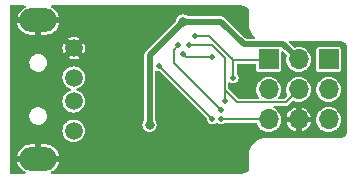
<source format=gbr>
%TF.GenerationSoftware,KiCad,Pcbnew,(6.0.5)*%
%TF.CreationDate,2022-06-17T17:21:07-07:00*%
%TF.ProjectId,picstick,70696373-7469-4636-9b2e-6b696361645f,1.0*%
%TF.SameCoordinates,Original*%
%TF.FileFunction,Copper,L2,Bot*%
%TF.FilePolarity,Positive*%
%FSLAX46Y46*%
G04 Gerber Fmt 4.6, Leading zero omitted, Abs format (unit mm)*
G04 Created by KiCad (PCBNEW (6.0.5)) date 2022-06-17 17:21:07*
%MOMM*%
%LPD*%
G01*
G04 APERTURE LIST*
%TA.AperFunction,ComponentPad*%
%ADD10C,1.500000*%
%TD*%
%TA.AperFunction,ComponentPad*%
%ADD11O,3.200000X2.000000*%
%TD*%
%TA.AperFunction,ComponentPad*%
%ADD12R,1.700000X1.700000*%
%TD*%
%TA.AperFunction,ComponentPad*%
%ADD13O,1.700000X1.700000*%
%TD*%
%TA.AperFunction,ViaPad*%
%ADD14C,0.800000*%
%TD*%
%TA.AperFunction,ViaPad*%
%ADD15C,0.508000*%
%TD*%
%TA.AperFunction,Conductor*%
%ADD16C,0.500000*%
%TD*%
%TA.AperFunction,Conductor*%
%ADD17C,0.200000*%
%TD*%
G04 APERTURE END LIST*
D10*
%TO.P,J1,1,VBUS*%
%TO.N,+5V*%
X103000000Y-83500000D03*
%TO.P,J1,2,D-*%
%TO.N,/D-*%
X103000000Y-81000000D03*
%TO.P,J1,3,D+*%
%TO.N,/D+*%
X103000000Y-79000000D03*
%TO.P,J1,4,GND*%
%TO.N,GND*%
X103000000Y-76500000D03*
D11*
%TO.P,J1,5,Shield*%
X100000000Y-85850000D03*
X100000000Y-74150000D03*
%TD*%
D12*
%TO.P,J2,1,MISO*%
%TO.N,U1RX_U2TX*%
X119500000Y-77460000D03*
D13*
%TO.P,J2,2,VCC*%
%TO.N,+3V3*%
X122040000Y-77460000D03*
%TO.P,J2,3,SCK*%
%TO.N,/RTS*%
X119500000Y-80000000D03*
%TO.P,J2,4,MOSI*%
%TO.N,U1TX_U2RX*%
X122040000Y-80000000D03*
%TO.P,J2,5,~{RST}*%
%TO.N,/~{RESET}*%
X119500000Y-82540000D03*
%TO.P,J2,6,GND*%
%TO.N,GND*%
X122040000Y-82540000D03*
%TD*%
D12*
%TO.P,J3,1,Pin_1*%
%TO.N,~{MCLR}*%
X124580000Y-77460000D03*
D13*
%TO.P,J3,2,Pin_2*%
%TO.N,CLK*%
X124580000Y-80000000D03*
%TO.P,J3,3,Pin_3*%
%TO.N,DAT*%
X124580000Y-82540000D03*
%TD*%
D14*
%TO.N,+3V3*%
X109425489Y-83000000D03*
X112250000Y-74250000D03*
D15*
%TO.N,/TNOW*%
X115500000Y-81750000D03*
X111861803Y-76276393D03*
%TO.N,/~{RESET}*%
X115500000Y-82500000D03*
%TO.N,U1RX_U2TX*%
X113250000Y-75500000D03*
X116500000Y-79000000D03*
%TO.N,U1TX_U2RX*%
X115800000Y-81000000D03*
X112750000Y-76250000D03*
%TO.N,Net-(R1-Pad1)*%
X110250000Y-78000000D03*
X114750000Y-82500000D03*
%TO.N,/RTS*%
X114750000Y-77250000D03*
X112250000Y-77000000D03*
%TD*%
D16*
%TO.N,+3V3*%
X120730000Y-76150000D02*
X122040000Y-77460000D01*
X109425489Y-77074511D02*
X112250000Y-74250000D01*
X115480520Y-74250000D02*
X117380520Y-76150000D01*
X112250000Y-74250000D02*
X115480520Y-74250000D01*
X117380520Y-76150000D02*
X120730000Y-76150000D01*
X109425489Y-83000000D02*
X109425489Y-77074511D01*
D17*
%TO.N,/TNOW*%
X111500000Y-77750000D02*
X111500000Y-76638196D01*
X111500000Y-76638196D02*
X111861803Y-76276393D01*
X115500000Y-81750000D02*
X111500000Y-77750000D01*
%TO.N,/~{RESET}*%
X119460000Y-82500000D02*
X119500000Y-82540000D01*
X115500000Y-82500000D02*
X119460000Y-82500000D01*
%TO.N,U1RX_U2TX*%
X113250000Y-75500000D02*
X114494295Y-75500000D01*
X116500000Y-77505704D02*
X119454296Y-77505704D01*
X119454296Y-77505704D02*
X119500000Y-77460000D01*
X116149519Y-77155223D02*
X116500000Y-77505704D01*
X116454296Y-77460000D02*
X116149519Y-77155223D01*
X114494295Y-75500000D02*
X116149519Y-77155223D01*
X116500000Y-77505704D02*
X116500000Y-79000000D01*
%TO.N,U1TX_U2RX*%
X122040000Y-80000000D02*
X120938089Y-81101911D01*
X112750000Y-76250000D02*
X114746605Y-76250000D01*
X114746605Y-76250000D02*
X115800000Y-77303394D01*
X115800000Y-77303394D02*
X115800000Y-80050000D01*
X115800000Y-81000000D02*
X115800000Y-80050000D01*
X116851911Y-81101911D02*
X115800000Y-80050000D01*
X120938089Y-81101911D02*
X116851911Y-81101911D01*
%TO.N,Net-(R1-Pad1)*%
X114750000Y-82500000D02*
X110250000Y-78000000D01*
%TO.N,/RTS*%
X112250000Y-77000000D02*
X112500000Y-77250000D01*
X112500000Y-77250000D02*
X114750000Y-77250000D01*
%TD*%
%TA.AperFunction,Conductor*%
%TO.N,GND*%
G36*
X98892514Y-72900407D02*
G01*
X98928478Y-72949907D01*
X98928478Y-73011093D01*
X98892514Y-73060593D01*
X98878110Y-73069290D01*
X98774388Y-73120440D01*
X98766678Y-73125165D01*
X98597240Y-73251690D01*
X98590522Y-73257739D01*
X98446975Y-73413027D01*
X98441477Y-73420192D01*
X98328633Y-73599040D01*
X98324530Y-73607093D01*
X98246168Y-73803509D01*
X98243603Y-73812167D01*
X98229191Y-73884621D01*
X98230759Y-73897868D01*
X98230789Y-73897900D01*
X98238836Y-73900000D01*
X101759036Y-73900000D01*
X101771721Y-73895878D01*
X101772160Y-73895274D01*
X101772676Y-73888127D01*
X101764845Y-73842556D01*
X101762507Y-73833832D01*
X101689316Y-73635436D01*
X101685420Y-73627268D01*
X101577304Y-73445543D01*
X101571983Y-73438218D01*
X101432559Y-73279237D01*
X101425997Y-73273010D01*
X101259934Y-73142096D01*
X101252351Y-73137171D01*
X101121095Y-73068114D01*
X101078401Y-73024287D01*
X101069621Y-72963734D01*
X101098110Y-72909586D01*
X101152985Y-72882525D01*
X101167191Y-72881500D01*
X117212188Y-72881500D01*
X117227675Y-72882719D01*
X117250000Y-72886255D01*
X117257698Y-72885036D01*
X117265485Y-72885036D01*
X117265485Y-72885323D01*
X117280864Y-72884978D01*
X117376551Y-72895759D01*
X117398158Y-72900691D01*
X117507830Y-72939067D01*
X117527797Y-72948683D01*
X117626181Y-73010501D01*
X117643514Y-73024323D01*
X117725677Y-73106486D01*
X117739499Y-73123819D01*
X117801316Y-73222200D01*
X117810933Y-73242170D01*
X117821724Y-73273010D01*
X117849308Y-73351839D01*
X117854241Y-73373449D01*
X117859508Y-73420192D01*
X117865022Y-73469136D01*
X117864677Y-73484515D01*
X117864964Y-73484515D01*
X117864964Y-73492302D01*
X117863745Y-73500000D01*
X117864964Y-73507696D01*
X117867281Y-73522325D01*
X117868500Y-73537812D01*
X117868500Y-74462188D01*
X117867281Y-74477675D01*
X117863745Y-74500000D01*
X117864705Y-74506061D01*
X117864964Y-74509352D01*
X117864964Y-74509549D01*
X117865010Y-74509938D01*
X117880044Y-74700960D01*
X117881289Y-74716783D01*
X117932053Y-74928227D01*
X117933540Y-74931816D01*
X118011067Y-75118984D01*
X118015268Y-75129127D01*
X118017300Y-75132442D01*
X118017302Y-75132447D01*
X118066469Y-75212680D01*
X118128887Y-75314536D01*
X118270111Y-75479889D01*
X118273078Y-75482423D01*
X118323187Y-75525220D01*
X118355157Y-75577389D01*
X118350356Y-75638385D01*
X118310620Y-75684911D01*
X118258892Y-75699500D01*
X117608131Y-75699500D01*
X117549940Y-75680593D01*
X117538127Y-75670504D01*
X115822139Y-73954516D01*
X115814397Y-73945803D01*
X115796973Y-73923701D01*
X115792392Y-73917890D01*
X115743771Y-73884286D01*
X115741248Y-73882483D01*
X115699659Y-73851764D01*
X115699657Y-73851763D01*
X115693704Y-73847366D01*
X115686888Y-73844973D01*
X115680951Y-73840869D01*
X115673892Y-73838636D01*
X115673891Y-73838636D01*
X115653547Y-73832202D01*
X115624591Y-73823044D01*
X115621706Y-73822082D01*
X115565889Y-73802481D01*
X115559847Y-73802244D01*
X115557173Y-73801723D01*
X115551790Y-73800020D01*
X115545183Y-73799500D01*
X115491979Y-73799500D01*
X115488092Y-73799424D01*
X115437917Y-73797452D01*
X115437914Y-73797452D01*
X115430526Y-73797162D01*
X115423748Y-73798959D01*
X115413923Y-73799500D01*
X112682933Y-73799500D01*
X112622666Y-73779042D01*
X112557990Y-73729415D01*
X112552841Y-73725464D01*
X112406762Y-73664956D01*
X112250000Y-73644318D01*
X112093238Y-73664956D01*
X111947159Y-73725464D01*
X111821718Y-73821718D01*
X111725464Y-73947159D01*
X111664956Y-74093238D01*
X111664109Y-74099675D01*
X111653469Y-74180494D01*
X111625320Y-74237577D01*
X109130005Y-76732892D01*
X109121293Y-76740633D01*
X109093379Y-76762639D01*
X109089172Y-76768726D01*
X109059781Y-76811252D01*
X109057972Y-76813783D01*
X109033620Y-76846753D01*
X109022855Y-76861327D01*
X109020462Y-76868143D01*
X109016358Y-76874080D01*
X109014125Y-76881139D01*
X109014125Y-76881140D01*
X109010541Y-76892474D01*
X109003090Y-76916034D01*
X108998538Y-76930426D01*
X108997571Y-76933325D01*
X108977970Y-76989142D01*
X108977733Y-76995184D01*
X108977212Y-76997858D01*
X108975509Y-77003241D01*
X108974989Y-77009848D01*
X108974989Y-77063052D01*
X108974913Y-77066939D01*
X108973009Y-77115401D01*
X108972651Y-77124505D01*
X108974448Y-77131283D01*
X108974989Y-77141108D01*
X108974989Y-82567067D01*
X108954531Y-82627334D01*
X108910655Y-82684516D01*
X108900953Y-82697159D01*
X108862497Y-82790000D01*
X108849622Y-82821084D01*
X108840445Y-82843238D01*
X108819807Y-83000000D01*
X108840445Y-83156762D01*
X108900953Y-83302841D01*
X108997207Y-83428282D01*
X109122648Y-83524536D01*
X109268727Y-83585044D01*
X109425489Y-83605682D01*
X109582251Y-83585044D01*
X109728330Y-83524536D01*
X109853771Y-83428282D01*
X109950025Y-83302841D01*
X110010533Y-83156762D01*
X110031171Y-83000000D01*
X110010533Y-82843238D01*
X110001357Y-82821084D01*
X109988481Y-82790000D01*
X109950025Y-82697159D01*
X109940323Y-82684516D01*
X109896447Y-82627334D01*
X109875989Y-82567067D01*
X109875989Y-78481895D01*
X109894896Y-78423704D01*
X109944396Y-78387740D01*
X110005582Y-78387740D01*
X110029847Y-78399485D01*
X110052320Y-78414444D01*
X110059047Y-78416546D01*
X110059050Y-78416547D01*
X110169855Y-78451164D01*
X110169856Y-78451164D01*
X110176587Y-78453267D01*
X110226070Y-78454174D01*
X110240252Y-78454434D01*
X110298087Y-78474404D01*
X110308442Y-78483413D01*
X114262767Y-82437738D01*
X114290927Y-82494905D01*
X114307741Y-82623481D01*
X114360174Y-82742645D01*
X114364711Y-82748042D01*
X114364712Y-82748044D01*
X114390275Y-82778454D01*
X114443946Y-82842303D01*
X114449817Y-82846211D01*
X114449818Y-82846212D01*
X114476430Y-82863927D01*
X114552320Y-82914444D01*
X114559047Y-82916546D01*
X114559050Y-82916547D01*
X114669855Y-82951164D01*
X114669856Y-82951164D01*
X114676587Y-82953267D01*
X114743494Y-82954493D01*
X114799702Y-82955524D01*
X114799704Y-82955524D01*
X114806755Y-82955653D01*
X114813558Y-82953798D01*
X114813560Y-82953798D01*
X114890905Y-82932711D01*
X114932360Y-82921409D01*
X115043306Y-82853288D01*
X115050821Y-82844986D01*
X115103888Y-82814530D01*
X115164721Y-82821084D01*
X115189770Y-82837335D01*
X115193946Y-82842303D01*
X115302320Y-82914444D01*
X115309047Y-82916546D01*
X115309050Y-82916547D01*
X115419855Y-82951164D01*
X115419856Y-82951164D01*
X115426587Y-82953267D01*
X115493494Y-82954493D01*
X115549702Y-82955524D01*
X115549704Y-82955524D01*
X115556755Y-82955653D01*
X115563558Y-82953798D01*
X115563560Y-82953798D01*
X115640905Y-82932711D01*
X115682360Y-82921409D01*
X115793306Y-82853288D01*
X115811612Y-82833063D01*
X115864681Y-82802610D01*
X115885010Y-82800500D01*
X118407214Y-82800500D01*
X118465405Y-82819407D01*
X118502379Y-82872212D01*
X118517018Y-82923263D01*
X118518544Y-82928586D01*
X118612712Y-83111818D01*
X118740677Y-83273270D01*
X118744357Y-83276402D01*
X118744359Y-83276404D01*
X118789107Y-83314487D01*
X118897564Y-83406791D01*
X118901787Y-83409151D01*
X118901791Y-83409154D01*
X118945248Y-83433441D01*
X119077398Y-83507297D01*
X119081996Y-83508791D01*
X119268724Y-83569463D01*
X119268726Y-83569464D01*
X119273329Y-83570959D01*
X119477894Y-83595351D01*
X119482716Y-83594980D01*
X119482719Y-83594980D01*
X119550541Y-83589761D01*
X119683300Y-83579546D01*
X119881725Y-83524145D01*
X119886038Y-83521966D01*
X119886044Y-83521964D01*
X120061289Y-83433441D01*
X120061291Y-83433440D01*
X120065610Y-83431258D01*
X120093902Y-83409154D01*
X120224135Y-83307406D01*
X120224139Y-83307402D01*
X120227951Y-83304424D01*
X120231433Y-83300391D01*
X120287313Y-83235651D01*
X120362564Y-83148472D01*
X120366995Y-83140672D01*
X120461934Y-82973550D01*
X120461935Y-82973547D01*
X120464323Y-82969344D01*
X120465920Y-82964546D01*
X120519252Y-82804222D01*
X121023402Y-82804222D01*
X121057674Y-82923743D01*
X121061225Y-82932711D01*
X121150919Y-83107236D01*
X121156142Y-83115341D01*
X121278037Y-83269134D01*
X121284720Y-83276055D01*
X121434164Y-83403241D01*
X121442078Y-83408742D01*
X121613373Y-83504475D01*
X121622201Y-83508332D01*
X121775088Y-83558008D01*
X121786479Y-83558008D01*
X121790000Y-83547173D01*
X121790000Y-83544725D01*
X122290000Y-83544725D01*
X122293747Y-83556258D01*
X122304079Y-83556474D01*
X122416882Y-83524978D01*
X122425862Y-83521496D01*
X122601020Y-83433017D01*
X122609155Y-83427854D01*
X122763787Y-83307042D01*
X122770771Y-83300391D01*
X122898990Y-83151848D01*
X122904546Y-83143973D01*
X123001471Y-82973353D01*
X123005392Y-82964546D01*
X123058507Y-82804879D01*
X123058586Y-82793612D01*
X123047599Y-82790000D01*
X122305680Y-82790000D01*
X122292995Y-82794122D01*
X122290000Y-82798243D01*
X122290000Y-83544725D01*
X121790000Y-83544725D01*
X121790000Y-82805680D01*
X121785878Y-82792995D01*
X121781757Y-82790000D01*
X121035004Y-82790000D01*
X121023586Y-82793710D01*
X121023402Y-82804222D01*
X120519252Y-82804222D01*
X120527824Y-82778454D01*
X120527824Y-82778452D01*
X120529351Y-82773863D01*
X120530887Y-82761709D01*
X120554823Y-82572228D01*
X120555171Y-82569474D01*
X120555583Y-82540000D01*
X120554138Y-82525262D01*
X123524520Y-82525262D01*
X123528000Y-82566699D01*
X123540140Y-82711270D01*
X123541759Y-82730553D01*
X123543092Y-82735201D01*
X123543092Y-82735202D01*
X123597018Y-82923263D01*
X123598544Y-82928586D01*
X123692712Y-83111818D01*
X123820677Y-83273270D01*
X123824357Y-83276402D01*
X123824359Y-83276404D01*
X123869107Y-83314487D01*
X123977564Y-83406791D01*
X123981787Y-83409151D01*
X123981791Y-83409154D01*
X124025248Y-83433441D01*
X124157398Y-83507297D01*
X124161996Y-83508791D01*
X124348724Y-83569463D01*
X124348726Y-83569464D01*
X124353329Y-83570959D01*
X124557894Y-83595351D01*
X124562716Y-83594980D01*
X124562719Y-83594980D01*
X124630541Y-83589761D01*
X124763300Y-83579546D01*
X124961725Y-83524145D01*
X124966038Y-83521966D01*
X124966044Y-83521964D01*
X125141289Y-83433441D01*
X125141291Y-83433440D01*
X125145610Y-83431258D01*
X125173902Y-83409154D01*
X125304135Y-83307406D01*
X125304139Y-83307402D01*
X125307951Y-83304424D01*
X125311433Y-83300391D01*
X125367313Y-83235651D01*
X125442564Y-83148472D01*
X125446995Y-83140672D01*
X125541934Y-82973550D01*
X125541935Y-82973547D01*
X125544323Y-82969344D01*
X125545920Y-82964546D01*
X125607824Y-82778454D01*
X125607824Y-82778452D01*
X125609351Y-82773863D01*
X125610887Y-82761709D01*
X125634823Y-82572228D01*
X125635171Y-82569474D01*
X125635583Y-82540000D01*
X125633667Y-82520454D01*
X125615952Y-82339780D01*
X125615951Y-82339776D01*
X125615480Y-82334970D01*
X125600999Y-82287005D01*
X125557333Y-82142380D01*
X125555935Y-82137749D01*
X125459218Y-81955849D01*
X125329011Y-81796200D01*
X125320945Y-81789527D01*
X125174002Y-81667965D01*
X125174000Y-81667964D01*
X125170275Y-81664882D01*
X125016070Y-81581504D01*
X124993309Y-81569197D01*
X124993308Y-81569197D01*
X124989055Y-81566897D01*
X124915694Y-81544188D01*
X124796875Y-81507407D01*
X124796871Y-81507406D01*
X124792254Y-81505977D01*
X124787446Y-81505472D01*
X124787443Y-81505471D01*
X124592185Y-81484949D01*
X124592183Y-81484949D01*
X124587369Y-81484443D01*
X124527354Y-81489905D01*
X124387022Y-81502675D01*
X124387017Y-81502676D01*
X124382203Y-81503114D01*
X124184572Y-81561280D01*
X124180288Y-81563519D01*
X124180287Y-81563520D01*
X124112528Y-81598944D01*
X124002002Y-81656726D01*
X123998231Y-81659758D01*
X123845220Y-81782781D01*
X123845217Y-81782783D01*
X123841447Y-81785815D01*
X123838333Y-81789526D01*
X123838332Y-81789527D01*
X123717615Y-81933392D01*
X123709024Y-81943630D01*
X123706689Y-81947878D01*
X123706688Y-81947879D01*
X123699955Y-81960126D01*
X123609776Y-82124162D01*
X123608313Y-82128775D01*
X123608311Y-82128779D01*
X123558477Y-82285878D01*
X123547484Y-82320532D01*
X123546944Y-82325344D01*
X123546944Y-82325345D01*
X123530755Y-82469679D01*
X123524520Y-82525262D01*
X120554138Y-82525262D01*
X120553667Y-82520454D01*
X120535952Y-82339780D01*
X120535951Y-82339776D01*
X120535480Y-82334970D01*
X120520999Y-82287005D01*
X120517390Y-82275053D01*
X121022434Y-82275053D01*
X121022515Y-82286570D01*
X121033197Y-82290000D01*
X121774320Y-82290000D01*
X121787005Y-82285878D01*
X121790000Y-82281757D01*
X121790000Y-82274320D01*
X122290000Y-82274320D01*
X122294122Y-82287005D01*
X122298243Y-82290000D01*
X123045701Y-82290000D01*
X123056889Y-82286365D01*
X123057002Y-82275497D01*
X123016870Y-82142572D01*
X123013199Y-82133668D01*
X122921072Y-81960401D01*
X122915740Y-81952376D01*
X122791716Y-81800307D01*
X122784922Y-81793466D01*
X122633721Y-81668381D01*
X122625738Y-81662997D01*
X122453114Y-81569660D01*
X122444243Y-81565931D01*
X122304977Y-81522821D01*
X122293340Y-81522984D01*
X122290000Y-81533512D01*
X122290000Y-82274320D01*
X121790000Y-82274320D01*
X121790000Y-81534679D01*
X121786327Y-81523375D01*
X121775638Y-81523226D01*
X121649407Y-81560378D01*
X121640466Y-81563991D01*
X121466573Y-81654899D01*
X121458497Y-81660184D01*
X121305571Y-81783140D01*
X121298687Y-81789881D01*
X121172551Y-81940205D01*
X121167104Y-81948159D01*
X121072573Y-82120111D01*
X121068773Y-82128976D01*
X121022434Y-82275053D01*
X120517390Y-82275053D01*
X120477333Y-82142380D01*
X120475935Y-82137749D01*
X120379218Y-81955849D01*
X120249011Y-81796200D01*
X120240945Y-81789527D01*
X120094002Y-81667965D01*
X120094000Y-81667964D01*
X120090275Y-81664882D01*
X119949002Y-81588496D01*
X119906808Y-81544188D01*
X119898715Y-81483540D01*
X119927817Y-81429718D01*
X119982996Y-81403281D01*
X119996089Y-81402411D01*
X120884581Y-81402411D01*
X120888706Y-81402714D01*
X120893431Y-81404336D01*
X120942850Y-81402481D01*
X120946563Y-81402411D01*
X120966037Y-81402411D01*
X120970467Y-81401586D01*
X120975660Y-81401250D01*
X120991691Y-81400648D01*
X120996164Y-81400480D01*
X121005297Y-81400137D01*
X121013691Y-81396531D01*
X121013694Y-81396530D01*
X121015872Y-81395594D01*
X121036823Y-81389228D01*
X121048142Y-81387120D01*
X121070818Y-81373143D01*
X121083685Y-81366459D01*
X121101731Y-81358706D01*
X121101732Y-81358705D01*
X121108152Y-81355947D01*
X121113038Y-81351933D01*
X121117402Y-81347569D01*
X121135457Y-81333298D01*
X121143437Y-81328379D01*
X121161107Y-81305142D01*
X121169899Y-81295072D01*
X121487654Y-80977317D01*
X121542171Y-80949540D01*
X121605957Y-80960903D01*
X121617398Y-80967297D01*
X121621996Y-80968791D01*
X121808724Y-81029463D01*
X121808726Y-81029464D01*
X121813329Y-81030959D01*
X122017894Y-81055351D01*
X122022716Y-81054980D01*
X122022719Y-81054980D01*
X122090541Y-81049761D01*
X122223300Y-81039546D01*
X122421725Y-80984145D01*
X122426038Y-80981966D01*
X122426044Y-80981964D01*
X122601289Y-80893441D01*
X122601291Y-80893440D01*
X122605610Y-80891258D01*
X122609427Y-80888276D01*
X122764135Y-80767406D01*
X122764139Y-80767402D01*
X122767951Y-80764424D01*
X122774190Y-80757197D01*
X122845711Y-80674337D01*
X122902564Y-80608472D01*
X122921231Y-80575613D01*
X123001934Y-80433550D01*
X123001935Y-80433547D01*
X123004323Y-80429344D01*
X123017882Y-80388586D01*
X123067824Y-80238454D01*
X123067824Y-80238452D01*
X123069351Y-80233863D01*
X123095171Y-80029474D01*
X123095583Y-80000000D01*
X123094138Y-79985262D01*
X123524520Y-79985262D01*
X123530949Y-80061818D01*
X123533722Y-80094839D01*
X123541759Y-80190553D01*
X123543092Y-80195201D01*
X123543092Y-80195202D01*
X123597208Y-80383928D01*
X123597209Y-80383931D01*
X123598544Y-80388586D01*
X123692712Y-80571818D01*
X123820677Y-80733270D01*
X123824357Y-80736402D01*
X123824359Y-80736404D01*
X123900758Y-80801424D01*
X123977564Y-80866791D01*
X123981787Y-80869151D01*
X123981791Y-80869154D01*
X124021342Y-80891258D01*
X124157398Y-80967297D01*
X124161996Y-80968791D01*
X124348724Y-81029463D01*
X124348726Y-81029464D01*
X124353329Y-81030959D01*
X124557894Y-81055351D01*
X124562716Y-81054980D01*
X124562719Y-81054980D01*
X124630541Y-81049761D01*
X124763300Y-81039546D01*
X124961725Y-80984145D01*
X124966038Y-80981966D01*
X124966044Y-80981964D01*
X125141289Y-80893441D01*
X125141291Y-80893440D01*
X125145610Y-80891258D01*
X125149427Y-80888276D01*
X125304135Y-80767406D01*
X125304139Y-80767402D01*
X125307951Y-80764424D01*
X125314190Y-80757197D01*
X125385711Y-80674337D01*
X125442564Y-80608472D01*
X125461231Y-80575613D01*
X125541934Y-80433550D01*
X125541935Y-80433547D01*
X125544323Y-80429344D01*
X125557882Y-80388586D01*
X125607824Y-80238454D01*
X125607824Y-80238452D01*
X125609351Y-80233863D01*
X125635171Y-80029474D01*
X125635583Y-80000000D01*
X125630023Y-79943290D01*
X125615952Y-79799780D01*
X125615951Y-79799776D01*
X125615480Y-79794970D01*
X125555935Y-79597749D01*
X125459218Y-79415849D01*
X125329011Y-79256200D01*
X125312626Y-79242645D01*
X125174002Y-79127965D01*
X125174000Y-79127964D01*
X125170275Y-79124882D01*
X124989055Y-79026897D01*
X124914528Y-79003827D01*
X124796875Y-78967407D01*
X124796871Y-78967406D01*
X124792254Y-78965977D01*
X124787446Y-78965472D01*
X124787443Y-78965471D01*
X124592185Y-78944949D01*
X124592183Y-78944949D01*
X124587369Y-78944443D01*
X124527354Y-78949905D01*
X124387022Y-78962675D01*
X124387017Y-78962676D01*
X124382203Y-78963114D01*
X124184572Y-79021280D01*
X124180288Y-79023519D01*
X124180287Y-79023520D01*
X124112528Y-79058944D01*
X124002002Y-79116726D01*
X123998231Y-79119758D01*
X123845220Y-79242781D01*
X123845217Y-79242783D01*
X123841447Y-79245815D01*
X123838333Y-79249526D01*
X123838332Y-79249527D01*
X123752687Y-79351595D01*
X123709024Y-79403630D01*
X123706689Y-79407878D01*
X123706688Y-79407879D01*
X123701923Y-79416547D01*
X123609776Y-79584162D01*
X123608313Y-79588775D01*
X123608311Y-79588779D01*
X123576838Y-79687996D01*
X123547484Y-79780532D01*
X123546944Y-79785344D01*
X123546944Y-79785345D01*
X123527927Y-79954890D01*
X123524520Y-79985262D01*
X123094138Y-79985262D01*
X123090023Y-79943290D01*
X123075952Y-79799780D01*
X123075951Y-79799776D01*
X123075480Y-79794970D01*
X123015935Y-79597749D01*
X122919218Y-79415849D01*
X122789011Y-79256200D01*
X122772626Y-79242645D01*
X122634002Y-79127965D01*
X122634000Y-79127964D01*
X122630275Y-79124882D01*
X122449055Y-79026897D01*
X122374528Y-79003827D01*
X122256875Y-78967407D01*
X122256871Y-78967406D01*
X122252254Y-78965977D01*
X122247446Y-78965472D01*
X122247443Y-78965471D01*
X122052185Y-78944949D01*
X122052183Y-78944949D01*
X122047369Y-78944443D01*
X121987354Y-78949905D01*
X121847022Y-78962675D01*
X121847017Y-78962676D01*
X121842203Y-78963114D01*
X121644572Y-79021280D01*
X121640288Y-79023519D01*
X121640287Y-79023520D01*
X121572528Y-79058944D01*
X121462002Y-79116726D01*
X121458231Y-79119758D01*
X121305220Y-79242781D01*
X121305217Y-79242783D01*
X121301447Y-79245815D01*
X121298333Y-79249526D01*
X121298332Y-79249527D01*
X121212687Y-79351595D01*
X121169024Y-79403630D01*
X121166689Y-79407878D01*
X121166688Y-79407879D01*
X121161923Y-79416547D01*
X121069776Y-79584162D01*
X121068313Y-79588775D01*
X121068311Y-79588779D01*
X121036838Y-79687996D01*
X121007484Y-79780532D01*
X121006944Y-79785344D01*
X121006944Y-79785345D01*
X120987927Y-79954890D01*
X120984520Y-79985262D01*
X120990949Y-80061818D01*
X120993722Y-80094839D01*
X121001759Y-80190553D01*
X121058544Y-80388586D01*
X121082542Y-80435282D01*
X121092323Y-80495678D01*
X121064493Y-80550536D01*
X120842614Y-80772415D01*
X120788097Y-80800192D01*
X120772610Y-80801411D01*
X120412258Y-80801411D01*
X120354067Y-80782504D01*
X120318103Y-80733004D01*
X120318103Y-80671818D01*
X120337316Y-80637722D01*
X120342456Y-80631768D01*
X120362564Y-80608472D01*
X120381231Y-80575613D01*
X120461934Y-80433550D01*
X120461935Y-80433547D01*
X120464323Y-80429344D01*
X120477882Y-80388586D01*
X120527824Y-80238454D01*
X120527824Y-80238452D01*
X120529351Y-80233863D01*
X120555171Y-80029474D01*
X120555583Y-80000000D01*
X120550023Y-79943290D01*
X120535952Y-79799780D01*
X120535951Y-79799776D01*
X120535480Y-79794970D01*
X120475935Y-79597749D01*
X120379218Y-79415849D01*
X120249011Y-79256200D01*
X120232626Y-79242645D01*
X120094002Y-79127965D01*
X120094000Y-79127964D01*
X120090275Y-79124882D01*
X119909055Y-79026897D01*
X119834528Y-79003827D01*
X119716875Y-78967407D01*
X119716871Y-78967406D01*
X119712254Y-78965977D01*
X119707446Y-78965472D01*
X119707443Y-78965471D01*
X119512185Y-78944949D01*
X119512183Y-78944949D01*
X119507369Y-78944443D01*
X119447354Y-78949905D01*
X119307022Y-78962675D01*
X119307017Y-78962676D01*
X119302203Y-78963114D01*
X119104572Y-79021280D01*
X119100288Y-79023519D01*
X119100287Y-79023520D01*
X119032528Y-79058944D01*
X118922002Y-79116726D01*
X118918231Y-79119758D01*
X118765220Y-79242781D01*
X118765217Y-79242783D01*
X118761447Y-79245815D01*
X118758333Y-79249526D01*
X118758332Y-79249527D01*
X118672687Y-79351595D01*
X118629024Y-79403630D01*
X118626689Y-79407878D01*
X118626688Y-79407879D01*
X118621923Y-79416547D01*
X118529776Y-79584162D01*
X118528313Y-79588775D01*
X118528311Y-79588779D01*
X118496838Y-79687996D01*
X118467484Y-79780532D01*
X118466944Y-79785344D01*
X118466944Y-79785345D01*
X118447927Y-79954890D01*
X118444520Y-79985262D01*
X118450949Y-80061818D01*
X118453722Y-80094839D01*
X118461759Y-80190553D01*
X118463092Y-80195201D01*
X118463092Y-80195202D01*
X118517208Y-80383928D01*
X118517209Y-80383931D01*
X118518544Y-80388586D01*
X118612712Y-80571818D01*
X118615720Y-80575613D01*
X118615724Y-80575619D01*
X118667479Y-80640918D01*
X118688806Y-80698265D01*
X118672352Y-80757197D01*
X118624401Y-80795202D01*
X118589893Y-80801411D01*
X117017390Y-80801411D01*
X116959199Y-80782504D01*
X116947386Y-80772415D01*
X116129496Y-79954525D01*
X116101719Y-79900008D01*
X116100500Y-79884521D01*
X116100500Y-79464928D01*
X116119407Y-79406737D01*
X116168907Y-79370773D01*
X116230093Y-79370773D01*
X116254354Y-79382514D01*
X116302320Y-79414444D01*
X116309047Y-79416546D01*
X116309050Y-79416547D01*
X116419855Y-79451164D01*
X116419856Y-79451164D01*
X116426587Y-79453267D01*
X116493494Y-79454493D01*
X116549702Y-79455524D01*
X116549704Y-79455524D01*
X116556755Y-79455653D01*
X116563558Y-79453798D01*
X116563560Y-79453798D01*
X116631154Y-79435369D01*
X116682360Y-79421409D01*
X116793306Y-79353288D01*
X116880672Y-79256767D01*
X116937437Y-79139604D01*
X116939396Y-79127965D01*
X116958403Y-79014989D01*
X116958403Y-79014985D01*
X116959037Y-79011219D01*
X116959174Y-79000000D01*
X116940718Y-78871125D01*
X116906929Y-78796809D01*
X116889753Y-78759034D01*
X116889752Y-78759033D01*
X116886832Y-78752610D01*
X116824501Y-78680271D01*
X116800840Y-78623846D01*
X116800500Y-78615648D01*
X116800500Y-77905204D01*
X116819407Y-77847013D01*
X116868907Y-77811049D01*
X116899500Y-77806204D01*
X118350500Y-77806204D01*
X118408691Y-77825111D01*
X118444655Y-77874611D01*
X118449500Y-77905204D01*
X118449500Y-78329748D01*
X118461133Y-78388231D01*
X118505448Y-78454552D01*
X118571769Y-78498867D01*
X118581332Y-78500769D01*
X118581334Y-78500770D01*
X118599615Y-78504406D01*
X118630252Y-78510500D01*
X120369748Y-78510500D01*
X120400385Y-78504406D01*
X120418666Y-78500770D01*
X120418668Y-78500769D01*
X120428231Y-78498867D01*
X120494552Y-78454552D01*
X120538867Y-78388231D01*
X120550500Y-78329748D01*
X120550500Y-76846611D01*
X120569407Y-76788420D01*
X120618907Y-76752456D01*
X120680093Y-76752456D01*
X120719504Y-76776607D01*
X121007293Y-77064396D01*
X121035070Y-77118913D01*
X121031655Y-77164334D01*
X121018691Y-77205204D01*
X121007484Y-77240532D01*
X121006944Y-77245344D01*
X121006944Y-77245345D01*
X120985246Y-77438793D01*
X120984520Y-77445262D01*
X120985192Y-77453267D01*
X120999658Y-77625529D01*
X121001759Y-77650553D01*
X121003092Y-77655201D01*
X121003092Y-77655202D01*
X121051813Y-77825111D01*
X121058544Y-77848586D01*
X121152712Y-78031818D01*
X121280677Y-78193270D01*
X121284357Y-78196402D01*
X121284359Y-78196404D01*
X121360799Y-78261459D01*
X121437564Y-78326791D01*
X121441787Y-78329151D01*
X121441791Y-78329154D01*
X121481342Y-78351258D01*
X121617398Y-78427297D01*
X121621996Y-78428791D01*
X121808724Y-78489463D01*
X121808726Y-78489464D01*
X121813329Y-78490959D01*
X122017894Y-78515351D01*
X122022716Y-78514980D01*
X122022719Y-78514980D01*
X122093259Y-78509552D01*
X122223300Y-78499546D01*
X122421725Y-78444145D01*
X122426038Y-78441966D01*
X122426044Y-78441964D01*
X122601289Y-78353441D01*
X122601291Y-78353440D01*
X122605610Y-78351258D01*
X122629279Y-78332766D01*
X122633142Y-78329748D01*
X123529500Y-78329748D01*
X123541133Y-78388231D01*
X123585448Y-78454552D01*
X123651769Y-78498867D01*
X123661332Y-78500769D01*
X123661334Y-78500770D01*
X123679615Y-78504406D01*
X123710252Y-78510500D01*
X125449748Y-78510500D01*
X125480385Y-78504406D01*
X125498666Y-78500770D01*
X125498668Y-78500769D01*
X125508231Y-78498867D01*
X125574552Y-78454552D01*
X125618867Y-78388231D01*
X125630500Y-78329748D01*
X125630500Y-76590252D01*
X125618867Y-76531769D01*
X125574552Y-76465448D01*
X125508231Y-76421133D01*
X125498668Y-76419231D01*
X125498666Y-76419230D01*
X125475995Y-76414721D01*
X125449748Y-76409500D01*
X123710252Y-76409500D01*
X123684005Y-76414721D01*
X123661334Y-76419230D01*
X123661332Y-76419231D01*
X123651769Y-76421133D01*
X123585448Y-76465448D01*
X123541133Y-76531769D01*
X123529500Y-76590252D01*
X123529500Y-78329748D01*
X122633142Y-78329748D01*
X122764135Y-78227406D01*
X122764139Y-78227402D01*
X122767951Y-78224424D01*
X122779306Y-78211270D01*
X122858493Y-78119529D01*
X122902564Y-78068472D01*
X122905160Y-78063903D01*
X123001934Y-77893550D01*
X123001935Y-77893547D01*
X123004323Y-77889344D01*
X123007839Y-77878777D01*
X123067824Y-77698454D01*
X123067824Y-77698452D01*
X123069351Y-77693863D01*
X123071954Y-77673263D01*
X123091440Y-77519009D01*
X123095171Y-77489474D01*
X123095583Y-77460000D01*
X123095313Y-77457244D01*
X123075952Y-77259780D01*
X123075951Y-77259776D01*
X123075480Y-77254970D01*
X123073980Y-77250000D01*
X123030792Y-77106959D01*
X123015935Y-77057749D01*
X122919218Y-76875849D01*
X122789011Y-76716200D01*
X122776262Y-76705653D01*
X122634002Y-76587965D01*
X122634000Y-76587964D01*
X122630275Y-76584882D01*
X122487522Y-76507696D01*
X122453309Y-76489197D01*
X122453308Y-76489197D01*
X122449055Y-76486897D01*
X122379764Y-76465448D01*
X122256875Y-76427407D01*
X122256871Y-76427406D01*
X122252254Y-76425977D01*
X122247446Y-76425472D01*
X122247443Y-76425471D01*
X122052185Y-76404949D01*
X122052183Y-76404949D01*
X122047369Y-76404443D01*
X121991800Y-76409500D01*
X121847022Y-76422675D01*
X121847017Y-76422676D01*
X121842203Y-76423114D01*
X121813051Y-76431694D01*
X121748342Y-76450739D01*
X121742538Y-76452447D01*
X121681376Y-76450739D01*
X121644582Y-76427479D01*
X121267607Y-76050504D01*
X121239830Y-75995987D01*
X121249401Y-75935555D01*
X121292666Y-75892290D01*
X121337611Y-75881500D01*
X125502188Y-75881500D01*
X125517675Y-75882719D01*
X125540000Y-75886255D01*
X125547698Y-75885036D01*
X125555485Y-75885036D01*
X125555485Y-75885323D01*
X125570864Y-75884978D01*
X125666551Y-75895759D01*
X125688158Y-75900691D01*
X125797830Y-75939067D01*
X125817797Y-75948683D01*
X125890999Y-75994678D01*
X125916181Y-76010501D01*
X125933514Y-76024323D01*
X126015677Y-76106486D01*
X126029499Y-76123819D01*
X126051585Y-76158968D01*
X126091316Y-76222200D01*
X126100933Y-76242170D01*
X126134653Y-76338537D01*
X126139308Y-76351839D01*
X126144241Y-76373449D01*
X126150329Y-76427479D01*
X126155022Y-76469136D01*
X126154677Y-76484515D01*
X126154964Y-76484515D01*
X126154964Y-76492302D01*
X126153745Y-76500000D01*
X126154964Y-76507696D01*
X126157281Y-76522325D01*
X126158500Y-76537812D01*
X126158500Y-83462188D01*
X126157281Y-83477675D01*
X126153745Y-83500000D01*
X126154964Y-83507698D01*
X126154964Y-83515485D01*
X126154677Y-83515485D01*
X126155022Y-83530864D01*
X126146593Y-83605682D01*
X126144242Y-83626547D01*
X126139309Y-83648158D01*
X126115503Y-83716192D01*
X126100934Y-83757827D01*
X126091316Y-83777800D01*
X126029499Y-83876181D01*
X126015677Y-83893514D01*
X125933514Y-83975677D01*
X125916181Y-83989499D01*
X125817797Y-84051317D01*
X125797830Y-84060933D01*
X125688158Y-84099309D01*
X125666551Y-84104241D01*
X125570864Y-84115022D01*
X125555485Y-84114677D01*
X125555485Y-84114964D01*
X125547698Y-84114964D01*
X125540000Y-84113745D01*
X125531938Y-84115022D01*
X125517675Y-84117281D01*
X125502188Y-84118500D01*
X119287812Y-84118500D01*
X119272325Y-84117281D01*
X119258062Y-84115022D01*
X119250000Y-84113745D01*
X119243939Y-84114705D01*
X119240648Y-84114964D01*
X119240451Y-84114964D01*
X119240062Y-84115010D01*
X119037087Y-84130984D01*
X119037082Y-84130985D01*
X119033217Y-84131289D01*
X118821773Y-84182053D01*
X118732222Y-84219146D01*
X118624469Y-84263778D01*
X118624464Y-84263781D01*
X118620873Y-84265268D01*
X118617558Y-84267300D01*
X118617553Y-84267302D01*
X118558587Y-84303437D01*
X118435464Y-84378887D01*
X118270111Y-84520111D01*
X118128887Y-84685464D01*
X118096261Y-84738705D01*
X118017302Y-84867553D01*
X118017300Y-84867558D01*
X118015268Y-84870873D01*
X118013781Y-84874464D01*
X118013778Y-84874469D01*
X118004443Y-84897007D01*
X117932053Y-85071773D01*
X117881289Y-85283217D01*
X117880985Y-85287082D01*
X117880984Y-85287087D01*
X117869795Y-85429257D01*
X117869310Y-85432573D01*
X117868984Y-85433502D01*
X117868500Y-85439091D01*
X117868500Y-85441826D01*
X117868195Y-85449594D01*
X117865010Y-85490063D01*
X117864964Y-85490452D01*
X117864964Y-85490648D01*
X117864705Y-85493939D01*
X117863745Y-85500000D01*
X117864964Y-85507696D01*
X117867281Y-85522325D01*
X117868500Y-85537812D01*
X117868500Y-86462188D01*
X117867281Y-86477675D01*
X117863745Y-86500000D01*
X117864964Y-86507698D01*
X117864964Y-86515485D01*
X117864677Y-86515485D01*
X117865022Y-86530864D01*
X117858701Y-86586973D01*
X117854242Y-86626547D01*
X117849309Y-86648158D01*
X117816381Y-86742261D01*
X117810934Y-86757827D01*
X117801316Y-86777800D01*
X117739499Y-86876181D01*
X117725677Y-86893514D01*
X117643514Y-86975677D01*
X117626181Y-86989499D01*
X117527797Y-87051317D01*
X117507830Y-87060933D01*
X117398158Y-87099309D01*
X117376551Y-87104241D01*
X117280864Y-87115022D01*
X117265485Y-87114677D01*
X117265485Y-87114964D01*
X117257698Y-87114964D01*
X117250000Y-87113745D01*
X117242304Y-87114964D01*
X117227675Y-87117281D01*
X117212188Y-87118500D01*
X101165677Y-87118500D01*
X101107486Y-87099593D01*
X101071522Y-87050093D01*
X101071522Y-86988907D01*
X101107486Y-86939407D01*
X101121890Y-86930710D01*
X101225612Y-86879560D01*
X101233322Y-86874835D01*
X101402760Y-86748310D01*
X101409478Y-86742261D01*
X101553025Y-86586973D01*
X101558523Y-86579808D01*
X101671367Y-86400960D01*
X101675470Y-86392907D01*
X101753832Y-86196491D01*
X101756397Y-86187833D01*
X101770809Y-86115379D01*
X101769241Y-86102132D01*
X101769211Y-86102100D01*
X101761164Y-86100000D01*
X98240964Y-86100000D01*
X98228279Y-86104122D01*
X98227840Y-86104726D01*
X98227324Y-86111873D01*
X98235155Y-86157444D01*
X98237493Y-86166168D01*
X98310684Y-86364564D01*
X98314580Y-86372732D01*
X98422696Y-86554457D01*
X98428017Y-86561782D01*
X98567441Y-86720763D01*
X98574003Y-86726990D01*
X98740066Y-86857904D01*
X98747649Y-86862829D01*
X98878905Y-86931886D01*
X98921599Y-86975713D01*
X98930379Y-87036266D01*
X98901890Y-87090414D01*
X98847015Y-87117475D01*
X98832809Y-87118500D01*
X97680500Y-87118500D01*
X97622309Y-87099593D01*
X97586345Y-87050093D01*
X97581500Y-87019500D01*
X97581500Y-85584621D01*
X98229191Y-85584621D01*
X98230759Y-85597868D01*
X98230789Y-85597900D01*
X98238836Y-85600000D01*
X99734320Y-85600000D01*
X99747005Y-85595878D01*
X99750000Y-85591757D01*
X99750000Y-85584320D01*
X100250000Y-85584320D01*
X100254122Y-85597005D01*
X100258243Y-85600000D01*
X101759036Y-85600000D01*
X101771721Y-85595878D01*
X101772160Y-85595274D01*
X101772676Y-85588127D01*
X101764845Y-85542556D01*
X101762507Y-85533832D01*
X101689316Y-85335436D01*
X101685420Y-85327268D01*
X101577304Y-85145543D01*
X101571983Y-85138218D01*
X101432559Y-84979237D01*
X101425997Y-84973010D01*
X101259934Y-84842096D01*
X101252351Y-84837171D01*
X101065198Y-84738705D01*
X101056858Y-84735251D01*
X100854902Y-84672541D01*
X100846052Y-84670660D01*
X100674381Y-84650342D01*
X100668585Y-84650000D01*
X100265680Y-84650000D01*
X100252995Y-84654122D01*
X100250000Y-84658243D01*
X100250000Y-85584320D01*
X99750000Y-85584320D01*
X99750000Y-84665680D01*
X99745878Y-84652995D01*
X99741757Y-84650000D01*
X99346311Y-84650000D01*
X99341802Y-84650207D01*
X99184898Y-84664624D01*
X99176012Y-84666271D01*
X98972486Y-84723672D01*
X98964042Y-84726913D01*
X98774388Y-84820440D01*
X98766678Y-84825165D01*
X98597240Y-84951690D01*
X98590522Y-84957739D01*
X98446975Y-85113027D01*
X98441477Y-85120192D01*
X98328633Y-85299040D01*
X98324530Y-85307093D01*
X98246168Y-85503509D01*
X98243603Y-85512167D01*
X98229191Y-85584621D01*
X97581500Y-85584621D01*
X97581500Y-83486665D01*
X102044994Y-83486665D01*
X102060592Y-83672414D01*
X102061925Y-83677062D01*
X102061925Y-83677063D01*
X102085084Y-83757827D01*
X102111971Y-83851595D01*
X102197176Y-84017385D01*
X102312959Y-84163468D01*
X102316646Y-84166606D01*
X102316648Y-84166608D01*
X102451224Y-84281141D01*
X102451229Y-84281144D01*
X102454912Y-84284279D01*
X102459134Y-84286639D01*
X102459139Y-84286642D01*
X102563578Y-84345010D01*
X102617627Y-84375217D01*
X102622225Y-84376711D01*
X102790302Y-84431323D01*
X102790304Y-84431324D01*
X102794907Y-84432819D01*
X102979998Y-84454890D01*
X102984820Y-84454519D01*
X102984823Y-84454519D01*
X103161023Y-84440961D01*
X103161028Y-84440960D01*
X103165851Y-84440589D01*
X103345387Y-84390462D01*
X103349700Y-84388283D01*
X103349706Y-84388281D01*
X103507447Y-84308600D01*
X103507449Y-84308598D01*
X103511768Y-84306417D01*
X103658655Y-84191656D01*
X103780454Y-84050550D01*
X103872526Y-83888474D01*
X103876616Y-83876181D01*
X103929837Y-83716192D01*
X103929837Y-83716190D01*
X103931364Y-83711601D01*
X103954727Y-83526668D01*
X103955099Y-83500000D01*
X103936909Y-83314487D01*
X103883033Y-83136040D01*
X103795522Y-82971456D01*
X103677710Y-82827005D01*
X103673981Y-82823920D01*
X103537812Y-82711270D01*
X103537810Y-82711269D01*
X103534085Y-82708187D01*
X103384551Y-82627334D01*
X103374370Y-82621829D01*
X103374369Y-82621829D01*
X103370116Y-82619529D01*
X103192049Y-82564409D01*
X103187239Y-82563903D01*
X103187237Y-82563903D01*
X103011484Y-82545430D01*
X103011482Y-82545430D01*
X103006668Y-82544924D01*
X102944673Y-82550566D01*
X102825852Y-82561379D01*
X102825848Y-82561380D01*
X102821032Y-82561818D01*
X102816390Y-82563184D01*
X102816386Y-82563185D01*
X102646861Y-82613080D01*
X102646858Y-82613081D01*
X102642214Y-82614448D01*
X102477023Y-82700807D01*
X102473247Y-82703843D01*
X102473244Y-82703845D01*
X102392133Y-82769060D01*
X102331752Y-82817608D01*
X102328644Y-82821312D01*
X102215044Y-82956695D01*
X102215041Y-82956699D01*
X102211935Y-82960401D01*
X102122135Y-83123746D01*
X102120672Y-83128359D01*
X102120670Y-83128363D01*
X102109759Y-83162759D01*
X102065772Y-83301424D01*
X102065232Y-83306236D01*
X102065232Y-83306237D01*
X102046866Y-83469979D01*
X102044994Y-83486665D01*
X97581500Y-83486665D01*
X97581500Y-82291080D01*
X99241476Y-82291080D01*
X99271271Y-82464477D01*
X99273524Y-82469772D01*
X99306555Y-82547399D01*
X99340156Y-82626368D01*
X99444437Y-82768071D01*
X99578520Y-82881982D01*
X99583640Y-82884597D01*
X99583644Y-82884599D01*
X99730088Y-82959377D01*
X99730091Y-82959378D01*
X99735212Y-82961993D01*
X99740797Y-82963360D01*
X99740798Y-82963360D01*
X99901828Y-83002764D01*
X99901831Y-83002765D01*
X99906108Y-83003811D01*
X99910506Y-83004084D01*
X99910507Y-83004084D01*
X99915698Y-83004406D01*
X99915700Y-83004406D01*
X99917214Y-83004500D01*
X100044053Y-83004500D01*
X100174754Y-82989262D01*
X100180160Y-82987300D01*
X100180163Y-82987299D01*
X100334726Y-82931195D01*
X100340134Y-82929232D01*
X100344943Y-82926079D01*
X100344947Y-82926077D01*
X100482456Y-82835921D01*
X100482457Y-82835921D01*
X100487268Y-82832766D01*
X100492726Y-82827005D01*
X100604308Y-82709216D01*
X100608264Y-82705040D01*
X100651889Y-82629934D01*
X100693743Y-82557878D01*
X100693743Y-82557877D01*
X100696632Y-82552904D01*
X100731512Y-82437738D01*
X100745963Y-82390026D01*
X100745964Y-82390021D01*
X100747630Y-82384520D01*
X100758524Y-82208920D01*
X100728729Y-82035523D01*
X100694828Y-81955849D01*
X100662095Y-81878922D01*
X100662095Y-81878921D01*
X100659844Y-81873632D01*
X100555563Y-81731929D01*
X100421480Y-81618018D01*
X100416360Y-81615403D01*
X100416356Y-81615401D01*
X100269912Y-81540623D01*
X100269909Y-81540622D01*
X100264788Y-81538007D01*
X100251188Y-81534679D01*
X100098172Y-81497236D01*
X100098169Y-81497235D01*
X100093892Y-81496189D01*
X100089494Y-81495916D01*
X100089493Y-81495916D01*
X100084302Y-81495594D01*
X100084300Y-81495594D01*
X100082786Y-81495500D01*
X99955947Y-81495500D01*
X99825246Y-81510738D01*
X99819840Y-81512700D01*
X99819837Y-81512701D01*
X99688490Y-81560378D01*
X99659866Y-81570768D01*
X99655057Y-81573921D01*
X99655053Y-81573923D01*
X99532183Y-81654481D01*
X99512732Y-81667234D01*
X99391736Y-81794960D01*
X99388848Y-81799932D01*
X99306932Y-81940961D01*
X99303368Y-81947096D01*
X99296963Y-81968245D01*
X99254037Y-82109974D01*
X99254036Y-82109979D01*
X99252370Y-82115480D01*
X99241476Y-82291080D01*
X97581500Y-82291080D01*
X97581500Y-80986665D01*
X102044994Y-80986665D01*
X102049325Y-81038244D01*
X102056735Y-81126479D01*
X102060592Y-81172414D01*
X102061925Y-81177062D01*
X102061925Y-81177063D01*
X102102282Y-81317804D01*
X102111971Y-81351595D01*
X102114186Y-81355905D01*
X102115626Y-81358706D01*
X102197176Y-81517385D01*
X102312959Y-81663468D01*
X102316646Y-81666606D01*
X102316648Y-81666608D01*
X102451224Y-81781141D01*
X102451229Y-81781144D01*
X102454912Y-81784279D01*
X102459134Y-81786639D01*
X102459139Y-81786642D01*
X102489191Y-81803437D01*
X102617627Y-81875217D01*
X102622225Y-81876711D01*
X102790302Y-81931323D01*
X102790304Y-81931324D01*
X102794907Y-81932819D01*
X102979998Y-81954890D01*
X102984820Y-81954519D01*
X102984823Y-81954519D01*
X103161023Y-81940961D01*
X103161028Y-81940960D01*
X103165851Y-81940589D01*
X103345387Y-81890462D01*
X103349700Y-81888283D01*
X103349706Y-81888281D01*
X103507447Y-81808600D01*
X103507449Y-81808598D01*
X103511768Y-81806417D01*
X103658655Y-81691656D01*
X103780454Y-81550550D01*
X103851171Y-81426066D01*
X103870137Y-81392680D01*
X103870138Y-81392677D01*
X103872526Y-81388474D01*
X103874573Y-81382323D01*
X103929837Y-81216192D01*
X103929837Y-81216190D01*
X103931364Y-81211601D01*
X103954727Y-81026668D01*
X103954775Y-81023272D01*
X103954904Y-81014011D01*
X103955099Y-81000000D01*
X103936909Y-80814487D01*
X103883033Y-80636040D01*
X103795522Y-80471456D01*
X103677710Y-80327005D01*
X103673981Y-80323920D01*
X103537812Y-80211270D01*
X103537810Y-80211269D01*
X103534085Y-80208187D01*
X103370116Y-80119529D01*
X103348212Y-80112749D01*
X103290650Y-80094930D01*
X103240652Y-80059660D01*
X103220935Y-80001739D01*
X103239028Y-79943290D01*
X103293303Y-79905004D01*
X103340724Y-79891764D01*
X103340725Y-79891764D01*
X103345387Y-79890462D01*
X103349700Y-79888283D01*
X103349706Y-79888281D01*
X103507447Y-79808600D01*
X103507449Y-79808598D01*
X103511768Y-79806417D01*
X103658655Y-79691656D01*
X103780454Y-79550550D01*
X103852763Y-79423263D01*
X103870137Y-79392680D01*
X103870138Y-79392677D01*
X103872526Y-79388474D01*
X103878415Y-79370773D01*
X103929837Y-79216192D01*
X103929837Y-79216190D01*
X103931364Y-79211601D01*
X103954727Y-79026668D01*
X103955099Y-79000000D01*
X103936909Y-78814487D01*
X103883033Y-78636040D01*
X103795522Y-78471456D01*
X103677710Y-78327005D01*
X103673658Y-78323653D01*
X103537812Y-78211270D01*
X103537810Y-78211269D01*
X103534085Y-78208187D01*
X103391326Y-78130997D01*
X103374370Y-78121829D01*
X103374369Y-78121829D01*
X103370116Y-78119529D01*
X103192049Y-78064409D01*
X103187239Y-78063903D01*
X103187237Y-78063903D01*
X103011484Y-78045430D01*
X103011482Y-78045430D01*
X103006668Y-78044924D01*
X102944673Y-78050566D01*
X102825852Y-78061379D01*
X102825848Y-78061380D01*
X102821032Y-78061818D01*
X102816390Y-78063184D01*
X102816386Y-78063185D01*
X102646861Y-78113080D01*
X102646858Y-78113081D01*
X102642214Y-78114448D01*
X102477023Y-78200807D01*
X102473247Y-78203843D01*
X102473244Y-78203845D01*
X102388734Y-78271793D01*
X102331752Y-78317608D01*
X102328644Y-78321312D01*
X102215044Y-78456695D01*
X102215041Y-78456699D01*
X102211935Y-78460401D01*
X102122135Y-78623746D01*
X102120672Y-78628359D01*
X102120670Y-78628363D01*
X102112663Y-78653605D01*
X102065772Y-78801424D01*
X102065232Y-78806236D01*
X102065232Y-78806237D01*
X102047315Y-78965977D01*
X102044994Y-78986665D01*
X102048566Y-79029197D01*
X102057253Y-79132646D01*
X102060592Y-79172414D01*
X102061925Y-79177062D01*
X102061925Y-79177063D01*
X102109307Y-79342303D01*
X102111971Y-79351595D01*
X102114186Y-79355905D01*
X102140310Y-79406737D01*
X102197176Y-79517385D01*
X102312959Y-79663468D01*
X102316646Y-79666606D01*
X102316648Y-79666608D01*
X102451224Y-79781141D01*
X102451229Y-79781144D01*
X102454912Y-79784279D01*
X102459134Y-79786639D01*
X102459139Y-79786642D01*
X102489191Y-79803437D01*
X102617627Y-79875217D01*
X102646262Y-79884521D01*
X102711480Y-79905712D01*
X102760980Y-79941677D01*
X102779887Y-79999867D01*
X102760980Y-80058058D01*
X102708839Y-80094839D01*
X102685252Y-80101781D01*
X102646861Y-80113080D01*
X102646858Y-80113081D01*
X102642214Y-80114448D01*
X102477023Y-80200807D01*
X102473247Y-80203843D01*
X102473244Y-80203845D01*
X102335523Y-80314576D01*
X102331752Y-80317608D01*
X102328644Y-80321312D01*
X102215044Y-80456695D01*
X102215041Y-80456699D01*
X102211935Y-80460401D01*
X102122135Y-80623746D01*
X102120672Y-80628359D01*
X102120670Y-80628363D01*
X102103757Y-80681680D01*
X102065772Y-80801424D01*
X102065232Y-80806236D01*
X102065232Y-80806237D01*
X102046043Y-80977317D01*
X102044994Y-80986665D01*
X97581500Y-80986665D01*
X97581500Y-77791080D01*
X99241476Y-77791080D01*
X99271271Y-77964477D01*
X99273524Y-77969772D01*
X99306555Y-78047399D01*
X99340156Y-78126368D01*
X99444437Y-78268071D01*
X99578520Y-78381982D01*
X99583640Y-78384597D01*
X99583644Y-78384599D01*
X99730088Y-78459377D01*
X99730091Y-78459378D01*
X99735212Y-78461993D01*
X99740797Y-78463360D01*
X99740798Y-78463360D01*
X99901828Y-78502764D01*
X99901831Y-78502765D01*
X99906108Y-78503811D01*
X99910506Y-78504084D01*
X99910507Y-78504084D01*
X99915698Y-78504406D01*
X99915700Y-78504406D01*
X99917214Y-78504500D01*
X100044053Y-78504500D01*
X100174754Y-78489262D01*
X100180160Y-78487300D01*
X100180163Y-78487299D01*
X100334726Y-78431195D01*
X100340134Y-78429232D01*
X100344943Y-78426079D01*
X100344947Y-78426077D01*
X100482456Y-78335921D01*
X100482457Y-78335921D01*
X100487268Y-78332766D01*
X100492726Y-78327005D01*
X100604308Y-78209216D01*
X100608264Y-78205040D01*
X100696632Y-78052904D01*
X100728535Y-77947567D01*
X100745963Y-77890026D01*
X100745964Y-77890021D01*
X100747630Y-77884520D01*
X100758524Y-77708920D01*
X100728729Y-77535523D01*
X100693729Y-77453267D01*
X100662095Y-77378922D01*
X100662095Y-77378921D01*
X100659844Y-77373632D01*
X100623742Y-77324575D01*
X102534250Y-77324575D01*
X102541479Y-77332087D01*
X102613604Y-77372396D01*
X102622426Y-77376251D01*
X102790409Y-77430832D01*
X102799823Y-77432901D01*
X102975207Y-77453815D01*
X102984833Y-77454017D01*
X103160936Y-77440466D01*
X103170427Y-77438793D01*
X103340545Y-77391295D01*
X103349525Y-77387813D01*
X103458266Y-77332883D01*
X103466305Y-77324901D01*
X103461112Y-77314665D01*
X103011086Y-76864639D01*
X102999203Y-76858585D01*
X102994172Y-76859381D01*
X102539727Y-77313826D01*
X102534250Y-77324575D01*
X100623742Y-77324575D01*
X100555563Y-77231929D01*
X100421480Y-77118018D01*
X100416360Y-77115403D01*
X100416356Y-77115401D01*
X100269912Y-77040623D01*
X100269909Y-77040622D01*
X100264788Y-77038007D01*
X100259202Y-77036640D01*
X100098172Y-76997236D01*
X100098169Y-76997235D01*
X100093892Y-76996189D01*
X100089494Y-76995916D01*
X100089493Y-76995916D01*
X100084302Y-76995594D01*
X100084300Y-76995594D01*
X100082786Y-76995500D01*
X99955947Y-76995500D01*
X99825246Y-77010738D01*
X99819840Y-77012700D01*
X99819837Y-77012701D01*
X99681123Y-77063052D01*
X99659866Y-77070768D01*
X99655057Y-77073921D01*
X99655053Y-77073923D01*
X99577904Y-77124505D01*
X99512732Y-77167234D01*
X99391736Y-77294960D01*
X99388848Y-77299932D01*
X99331381Y-77398869D01*
X99303368Y-77447096D01*
X99294228Y-77477275D01*
X99254037Y-77609974D01*
X99254036Y-77609979D01*
X99252370Y-77615480D01*
X99247143Y-77699735D01*
X99242574Y-77773389D01*
X99241476Y-77791080D01*
X97581500Y-77791080D01*
X97581500Y-76491492D01*
X102045901Y-76491492D01*
X102060681Y-76667504D01*
X102062419Y-76676972D01*
X102111102Y-76846753D01*
X102114653Y-76855721D01*
X102167257Y-76958078D01*
X102175385Y-76966149D01*
X102185448Y-76960999D01*
X102635361Y-76511086D01*
X102640603Y-76500797D01*
X103358585Y-76500797D01*
X103359381Y-76505828D01*
X103813797Y-76960244D01*
X103824653Y-76965775D01*
X103832060Y-76958697D01*
X103869680Y-76892474D01*
X103873595Y-76883681D01*
X103929348Y-76716081D01*
X103931482Y-76706687D01*
X103953877Y-76529407D01*
X103954264Y-76523880D01*
X103954558Y-76502759D01*
X103954328Y-76497262D01*
X103936889Y-76319394D01*
X103935020Y-76309956D01*
X103883967Y-76140863D01*
X103880297Y-76131959D01*
X103832567Y-76042191D01*
X103824150Y-76034063D01*
X103814432Y-76039121D01*
X103364639Y-76488914D01*
X103358585Y-76500797D01*
X102640603Y-76500797D01*
X102641415Y-76499203D01*
X102640619Y-76494172D01*
X102186110Y-76039663D01*
X102175468Y-76034241D01*
X102167854Y-76041620D01*
X102124929Y-76119700D01*
X102121131Y-76128561D01*
X102067727Y-76296913D01*
X102065723Y-76306341D01*
X102046035Y-76481864D01*
X102045901Y-76491492D01*
X97581500Y-76491492D01*
X97581500Y-75675636D01*
X102533974Y-75675636D01*
X102539078Y-75685525D01*
X102988914Y-76135361D01*
X103000797Y-76141415D01*
X103005828Y-76140619D01*
X103460434Y-75686013D01*
X103465801Y-75675479D01*
X103458273Y-75667764D01*
X103374175Y-75622292D01*
X103365304Y-75618563D01*
X103196569Y-75566330D01*
X103187137Y-75564394D01*
X103011480Y-75545932D01*
X103001842Y-75545865D01*
X102825946Y-75561873D01*
X102816480Y-75563679D01*
X102647049Y-75613545D01*
X102638108Y-75617158D01*
X102542077Y-75667362D01*
X102533974Y-75675636D01*
X97581500Y-75675636D01*
X97581500Y-74411873D01*
X98227324Y-74411873D01*
X98235155Y-74457444D01*
X98237493Y-74466168D01*
X98310684Y-74664564D01*
X98314580Y-74672732D01*
X98422696Y-74854457D01*
X98428017Y-74861782D01*
X98567441Y-75020763D01*
X98574003Y-75026990D01*
X98740066Y-75157904D01*
X98747649Y-75162829D01*
X98934802Y-75261295D01*
X98943142Y-75264749D01*
X99145098Y-75327459D01*
X99153948Y-75329340D01*
X99325619Y-75349658D01*
X99331415Y-75350000D01*
X99734320Y-75350000D01*
X99747005Y-75345878D01*
X99750000Y-75341757D01*
X99750000Y-75334320D01*
X100250000Y-75334320D01*
X100254122Y-75347005D01*
X100258243Y-75350000D01*
X100653689Y-75350000D01*
X100658198Y-75349793D01*
X100815102Y-75335376D01*
X100823988Y-75333729D01*
X101027514Y-75276328D01*
X101035958Y-75273087D01*
X101225612Y-75179560D01*
X101233322Y-75174835D01*
X101402760Y-75048310D01*
X101409478Y-75042261D01*
X101553025Y-74886973D01*
X101558523Y-74879808D01*
X101671367Y-74700960D01*
X101675470Y-74692907D01*
X101753832Y-74496491D01*
X101756397Y-74487833D01*
X101770809Y-74415379D01*
X101769241Y-74402132D01*
X101769211Y-74402100D01*
X101761164Y-74400000D01*
X100265680Y-74400000D01*
X100252995Y-74404122D01*
X100250000Y-74408243D01*
X100250000Y-75334320D01*
X99750000Y-75334320D01*
X99750000Y-74415680D01*
X99745878Y-74402995D01*
X99741757Y-74400000D01*
X98240964Y-74400000D01*
X98228279Y-74404122D01*
X98227840Y-74404726D01*
X98227324Y-74411873D01*
X97581500Y-74411873D01*
X97581500Y-72980500D01*
X97600407Y-72922309D01*
X97649907Y-72886345D01*
X97680500Y-72881500D01*
X98834323Y-72881500D01*
X98892514Y-72900407D01*
G37*
%TD.AperFunction*%
%TD*%
M02*

</source>
